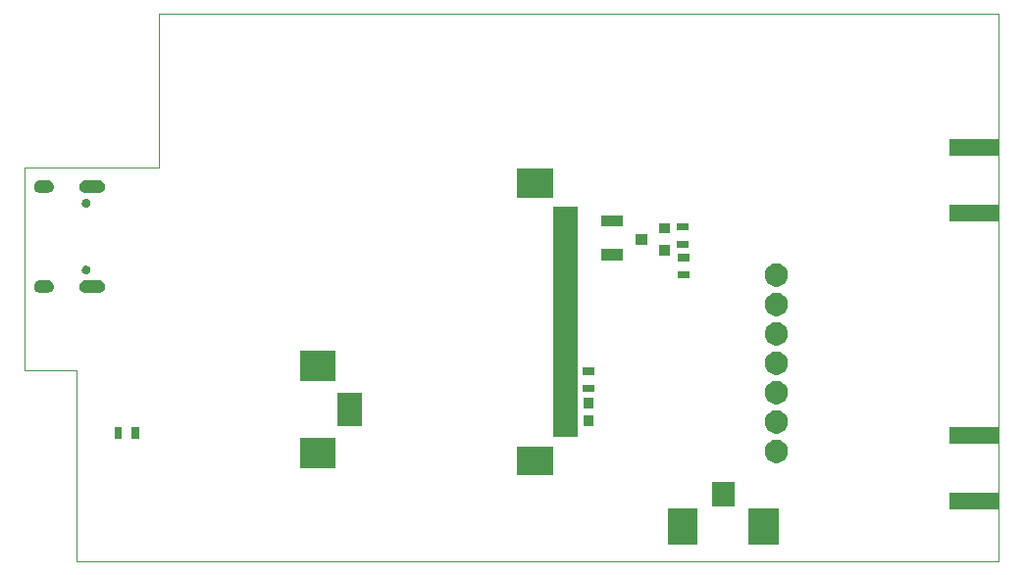
<source format=gbr>
G04 #@! TF.GenerationSoftware,KiCad,Pcbnew,(5.1.4)-1*
G04 #@! TF.CreationDate,2020-09-15T19:50:09+03:00*
G04 #@! TF.ProjectId,FinalPCB,46696e61-6c50-4434-922e-6b696361645f,rev?*
G04 #@! TF.SameCoordinates,Original*
G04 #@! TF.FileFunction,Soldermask,Bot*
G04 #@! TF.FilePolarity,Negative*
%FSLAX46Y46*%
G04 Gerber Fmt 4.6, Leading zero omitted, Abs format (unit mm)*
G04 Created by KiCad (PCBNEW (5.1.4)-1) date 2020-09-15 19:50:09*
%MOMM*%
%LPD*%
G04 APERTURE LIST*
%ADD10C,0.050000*%
%ADD11C,0.100000*%
G04 APERTURE END LIST*
D10*
X89700000Y-100100000D02*
X116800000Y-100100000D01*
X89700000Y-83600000D02*
X89700000Y-100100000D01*
X85200000Y-83600000D02*
X89700000Y-83600000D01*
X85200000Y-66100000D02*
X85200000Y-83600000D01*
X96800000Y-66100000D02*
X85200000Y-66100000D01*
X96800000Y-52800000D02*
X96800000Y-66100000D01*
X169300000Y-52800000D02*
X96800000Y-52800000D01*
X169300000Y-100100000D02*
X169300000Y-52800000D01*
X116800000Y-100100000D02*
X169300000Y-100100000D01*
D11*
G36*
X150301000Y-98651000D02*
G01*
X147699000Y-98651000D01*
X147699000Y-95549000D01*
X150301000Y-95549000D01*
X150301000Y-98651000D01*
X150301000Y-98651000D01*
G37*
G36*
X143301000Y-98651000D02*
G01*
X140699000Y-98651000D01*
X140699000Y-95549000D01*
X143301000Y-95549000D01*
X143301000Y-98651000D01*
X143301000Y-98651000D01*
G37*
G36*
X169351000Y-95651000D02*
G01*
X165049000Y-95651000D01*
X165049000Y-94199000D01*
X169351000Y-94199000D01*
X169351000Y-95651000D01*
X169351000Y-95651000D01*
G37*
G36*
X146451000Y-95401000D02*
G01*
X144549000Y-95401000D01*
X144549000Y-93299000D01*
X146451000Y-93299000D01*
X146451000Y-95401000D01*
X146451000Y-95401000D01*
G37*
G36*
X130801000Y-92701000D02*
G01*
X127699000Y-92701000D01*
X127699000Y-90199000D01*
X130801000Y-90199000D01*
X130801000Y-92701000D01*
X130801000Y-92701000D01*
G37*
G36*
X112051000Y-92051000D02*
G01*
X108949000Y-92051000D01*
X108949000Y-89449000D01*
X112051000Y-89449000D01*
X112051000Y-92051000D01*
X112051000Y-92051000D01*
G37*
G36*
X150270285Y-89638234D02*
G01*
X150366981Y-89657468D01*
X150549151Y-89732926D01*
X150713100Y-89842473D01*
X150852527Y-89981900D01*
X150962074Y-90145849D01*
X151037532Y-90328019D01*
X151076000Y-90521410D01*
X151076000Y-90718590D01*
X151037532Y-90911981D01*
X150962074Y-91094151D01*
X150852527Y-91258100D01*
X150713100Y-91397527D01*
X150549151Y-91507074D01*
X150366981Y-91582532D01*
X150173591Y-91621000D01*
X149976409Y-91621000D01*
X149879715Y-91601766D01*
X149783019Y-91582532D01*
X149600849Y-91507074D01*
X149436900Y-91397527D01*
X149297473Y-91258100D01*
X149187926Y-91094151D01*
X149112468Y-90911981D01*
X149074000Y-90718590D01*
X149074000Y-90521410D01*
X149112468Y-90328019D01*
X149187926Y-90145849D01*
X149297473Y-89981900D01*
X149436900Y-89842473D01*
X149600849Y-89732926D01*
X149783019Y-89657468D01*
X149879715Y-89638234D01*
X149976409Y-89619000D01*
X150173591Y-89619000D01*
X150270285Y-89638234D01*
X150270285Y-89638234D01*
G37*
G36*
X169351000Y-90001000D02*
G01*
X165049000Y-90001000D01*
X165049000Y-88549000D01*
X169351000Y-88549000D01*
X169351000Y-90001000D01*
X169351000Y-90001000D01*
G37*
G36*
X93551000Y-89551000D02*
G01*
X92949000Y-89551000D01*
X92949000Y-88549000D01*
X93551000Y-88549000D01*
X93551000Y-89551000D01*
X93551000Y-89551000D01*
G37*
G36*
X95051000Y-89551000D02*
G01*
X94449000Y-89551000D01*
X94449000Y-88549000D01*
X95051000Y-88549000D01*
X95051000Y-89551000D01*
X95051000Y-89551000D01*
G37*
G36*
X132951000Y-89401000D02*
G01*
X130849000Y-89401000D01*
X130849000Y-69499000D01*
X132951000Y-69499000D01*
X132951000Y-89401000D01*
X132951000Y-89401000D01*
G37*
G36*
X150366981Y-87117468D02*
G01*
X150549151Y-87192926D01*
X150713100Y-87302473D01*
X150852527Y-87441900D01*
X150962074Y-87605849D01*
X151037532Y-87788019D01*
X151076000Y-87981410D01*
X151076000Y-88178590D01*
X151037532Y-88371981D01*
X150962074Y-88554151D01*
X150852527Y-88718100D01*
X150713100Y-88857527D01*
X150549151Y-88967074D01*
X150366981Y-89042532D01*
X150270285Y-89061766D01*
X150173591Y-89081000D01*
X149976409Y-89081000D01*
X149879715Y-89061766D01*
X149783019Y-89042532D01*
X149600849Y-88967074D01*
X149436900Y-88857527D01*
X149297473Y-88718100D01*
X149187926Y-88554151D01*
X149112468Y-88371981D01*
X149074000Y-88178590D01*
X149074000Y-87981410D01*
X149112468Y-87788019D01*
X149187926Y-87605849D01*
X149297473Y-87441900D01*
X149436900Y-87302473D01*
X149600849Y-87192926D01*
X149783019Y-87117468D01*
X149879715Y-87098234D01*
X149976409Y-87079000D01*
X150173591Y-87079000D01*
X150366981Y-87117468D01*
X150366981Y-87117468D01*
G37*
G36*
X114301000Y-88451000D02*
G01*
X112199000Y-88451000D01*
X112199000Y-85549000D01*
X114301000Y-85549000D01*
X114301000Y-88451000D01*
X114301000Y-88451000D01*
G37*
G36*
X134326000Y-88401000D02*
G01*
X133474000Y-88401000D01*
X133474000Y-87499000D01*
X134326000Y-87499000D01*
X134326000Y-88401000D01*
X134326000Y-88401000D01*
G37*
G36*
X134326000Y-86901000D02*
G01*
X133474000Y-86901000D01*
X133474000Y-85999000D01*
X134326000Y-85999000D01*
X134326000Y-86901000D01*
X134326000Y-86901000D01*
G37*
G36*
X150233918Y-84551000D02*
G01*
X150366981Y-84577468D01*
X150549151Y-84652926D01*
X150713100Y-84762473D01*
X150852527Y-84901900D01*
X150962074Y-85065849D01*
X151037532Y-85248019D01*
X151076000Y-85441410D01*
X151076000Y-85638590D01*
X151037532Y-85831981D01*
X150962074Y-86014151D01*
X150852527Y-86178100D01*
X150713100Y-86317527D01*
X150549151Y-86427074D01*
X150366981Y-86502532D01*
X150270285Y-86521766D01*
X150173591Y-86541000D01*
X149976409Y-86541000D01*
X149783019Y-86502532D01*
X149600849Y-86427074D01*
X149436900Y-86317527D01*
X149297473Y-86178100D01*
X149187926Y-86014151D01*
X149112468Y-85831981D01*
X149074000Y-85638590D01*
X149074000Y-85441410D01*
X149112468Y-85248019D01*
X149187926Y-85065849D01*
X149297473Y-84901900D01*
X149436900Y-84762473D01*
X149600849Y-84652926D01*
X149783019Y-84577468D01*
X149916082Y-84551000D01*
X149976409Y-84539000D01*
X150173591Y-84539000D01*
X150233918Y-84551000D01*
X150233918Y-84551000D01*
G37*
G36*
X134401000Y-85501000D02*
G01*
X133399000Y-85501000D01*
X133399000Y-84899000D01*
X134401000Y-84899000D01*
X134401000Y-85501000D01*
X134401000Y-85501000D01*
G37*
G36*
X112051000Y-84551000D02*
G01*
X108949000Y-84551000D01*
X108949000Y-81949000D01*
X112051000Y-81949000D01*
X112051000Y-84551000D01*
X112051000Y-84551000D01*
G37*
G36*
X150270285Y-82018234D02*
G01*
X150366981Y-82037468D01*
X150549151Y-82112926D01*
X150713100Y-82222473D01*
X150852527Y-82361900D01*
X150944134Y-82499000D01*
X150962075Y-82525851D01*
X151037532Y-82708020D01*
X151075919Y-82901000D01*
X151076000Y-82901410D01*
X151076000Y-83098590D01*
X151037532Y-83291981D01*
X150962074Y-83474151D01*
X150852527Y-83638100D01*
X150713100Y-83777527D01*
X150549151Y-83887074D01*
X150366981Y-83962532D01*
X150173591Y-84001000D01*
X149976409Y-84001000D01*
X149879715Y-83981766D01*
X149783019Y-83962532D01*
X149600849Y-83887074D01*
X149436900Y-83777527D01*
X149297473Y-83638100D01*
X149187926Y-83474151D01*
X149112468Y-83291981D01*
X149074000Y-83098590D01*
X149074000Y-82901410D01*
X149074082Y-82901000D01*
X149112468Y-82708020D01*
X149187925Y-82525851D01*
X149205866Y-82499000D01*
X149297473Y-82361900D01*
X149436900Y-82222473D01*
X149600849Y-82112926D01*
X149783019Y-82037468D01*
X149879715Y-82018234D01*
X149976409Y-81999000D01*
X150173591Y-81999000D01*
X150270285Y-82018234D01*
X150270285Y-82018234D01*
G37*
G36*
X134401000Y-84001000D02*
G01*
X133399000Y-84001000D01*
X133399000Y-83399000D01*
X134401000Y-83399000D01*
X134401000Y-84001000D01*
X134401000Y-84001000D01*
G37*
G36*
X150366981Y-79497468D02*
G01*
X150549151Y-79572926D01*
X150713100Y-79682473D01*
X150852527Y-79821900D01*
X150962074Y-79985849D01*
X150962075Y-79985851D01*
X150984175Y-80039205D01*
X151037532Y-80168019D01*
X151076000Y-80361410D01*
X151076000Y-80558590D01*
X151037532Y-80751981D01*
X150962074Y-80934151D01*
X150852527Y-81098100D01*
X150713100Y-81237527D01*
X150549151Y-81347074D01*
X150366981Y-81422532D01*
X150173591Y-81461000D01*
X149976409Y-81461000D01*
X149879715Y-81441766D01*
X149783019Y-81422532D01*
X149600849Y-81347074D01*
X149436900Y-81237527D01*
X149297473Y-81098100D01*
X149187926Y-80934151D01*
X149112468Y-80751981D01*
X149074000Y-80558590D01*
X149074000Y-80361410D01*
X149112468Y-80168019D01*
X149165825Y-80039205D01*
X149187925Y-79985851D01*
X149187926Y-79985849D01*
X149297473Y-79821900D01*
X149436900Y-79682473D01*
X149600849Y-79572926D01*
X149783019Y-79497468D01*
X149879715Y-79478234D01*
X149976409Y-79459000D01*
X150173591Y-79459000D01*
X150366981Y-79497468D01*
X150366981Y-79497468D01*
G37*
G36*
X150366981Y-76957468D02*
G01*
X150549151Y-77032926D01*
X150713100Y-77142473D01*
X150852527Y-77281900D01*
X150962074Y-77445849D01*
X151037532Y-77628019D01*
X151076000Y-77821410D01*
X151076000Y-78018590D01*
X151037532Y-78211981D01*
X150962074Y-78394151D01*
X150852527Y-78558100D01*
X150713100Y-78697527D01*
X150549151Y-78807074D01*
X150366981Y-78882532D01*
X150274136Y-78901000D01*
X150173591Y-78921000D01*
X149976409Y-78921000D01*
X149875864Y-78901000D01*
X149783019Y-78882532D01*
X149600849Y-78807074D01*
X149436900Y-78697527D01*
X149297473Y-78558100D01*
X149187926Y-78394151D01*
X149112468Y-78211981D01*
X149074000Y-78018590D01*
X149074000Y-77821410D01*
X149112468Y-77628019D01*
X149187926Y-77445849D01*
X149297473Y-77281900D01*
X149436900Y-77142473D01*
X149600849Y-77032926D01*
X149783019Y-76957468D01*
X149976409Y-76919000D01*
X150173591Y-76919000D01*
X150366981Y-76957468D01*
X150366981Y-76957468D01*
G37*
G36*
X91688015Y-75826973D02*
G01*
X91791879Y-75858479D01*
X91819055Y-75873005D01*
X91887600Y-75909643D01*
X91971501Y-75978499D01*
X92040357Y-76062400D01*
X92076995Y-76130945D01*
X92091521Y-76158121D01*
X92123027Y-76261985D01*
X92133666Y-76370000D01*
X92123027Y-76478015D01*
X92091521Y-76581879D01*
X92091519Y-76581882D01*
X92040357Y-76677600D01*
X91971501Y-76761501D01*
X91887600Y-76830357D01*
X91819055Y-76866995D01*
X91791879Y-76881521D01*
X91688015Y-76913027D01*
X91607067Y-76921000D01*
X90452933Y-76921000D01*
X90371985Y-76913027D01*
X90268121Y-76881521D01*
X90240945Y-76866995D01*
X90172400Y-76830357D01*
X90088499Y-76761501D01*
X90019643Y-76677600D01*
X89968481Y-76581882D01*
X89968479Y-76581879D01*
X89936973Y-76478015D01*
X89926334Y-76370000D01*
X89936973Y-76261985D01*
X89968479Y-76158121D01*
X89983005Y-76130945D01*
X90019643Y-76062400D01*
X90088499Y-75978499D01*
X90172400Y-75909643D01*
X90240945Y-75873005D01*
X90268121Y-75858479D01*
X90371985Y-75826973D01*
X90452933Y-75819000D01*
X91607067Y-75819000D01*
X91688015Y-75826973D01*
X91688015Y-75826973D01*
G37*
G36*
X87258015Y-75826973D02*
G01*
X87361879Y-75858479D01*
X87389055Y-75873005D01*
X87457600Y-75909643D01*
X87541501Y-75978499D01*
X87610357Y-76062400D01*
X87646995Y-76130945D01*
X87661521Y-76158121D01*
X87693027Y-76261985D01*
X87703666Y-76370000D01*
X87693027Y-76478015D01*
X87661521Y-76581879D01*
X87661519Y-76581882D01*
X87610357Y-76677600D01*
X87541501Y-76761501D01*
X87457600Y-76830357D01*
X87389055Y-76866995D01*
X87361879Y-76881521D01*
X87258015Y-76913027D01*
X87177067Y-76921000D01*
X86522933Y-76921000D01*
X86441985Y-76913027D01*
X86338121Y-76881521D01*
X86310945Y-76866995D01*
X86242400Y-76830357D01*
X86158499Y-76761501D01*
X86089643Y-76677600D01*
X86038481Y-76581882D01*
X86038479Y-76581879D01*
X86006973Y-76478015D01*
X85996334Y-76370000D01*
X86006973Y-76261985D01*
X86038479Y-76158121D01*
X86053005Y-76130945D01*
X86089643Y-76062400D01*
X86158499Y-75978499D01*
X86242400Y-75909643D01*
X86310945Y-75873005D01*
X86338121Y-75858479D01*
X86441985Y-75826973D01*
X86522933Y-75819000D01*
X87177067Y-75819000D01*
X87258015Y-75826973D01*
X87258015Y-75826973D01*
G37*
G36*
X150270285Y-74398234D02*
G01*
X150366981Y-74417468D01*
X150549151Y-74492926D01*
X150713100Y-74602473D01*
X150852527Y-74741900D01*
X150962074Y-74905849D01*
X151037532Y-75088019D01*
X151076000Y-75281410D01*
X151076000Y-75478590D01*
X151037532Y-75671981D01*
X150962074Y-75854151D01*
X150852527Y-76018100D01*
X150713100Y-76157527D01*
X150549151Y-76267074D01*
X150366981Y-76342532D01*
X150270285Y-76361766D01*
X150173591Y-76381000D01*
X149976409Y-76381000D01*
X149879715Y-76361766D01*
X149783019Y-76342532D01*
X149600849Y-76267074D01*
X149436900Y-76157527D01*
X149297473Y-76018100D01*
X149187926Y-75854151D01*
X149112468Y-75671981D01*
X149074000Y-75478590D01*
X149074000Y-75281410D01*
X149112468Y-75088019D01*
X149187926Y-74905849D01*
X149297473Y-74741900D01*
X149436900Y-74602473D01*
X149600849Y-74492926D01*
X149783019Y-74417468D01*
X149879715Y-74398234D01*
X149976409Y-74379000D01*
X150173591Y-74379000D01*
X150270285Y-74398234D01*
X150270285Y-74398234D01*
G37*
G36*
X142576000Y-75676000D02*
G01*
X141574000Y-75676000D01*
X141574000Y-75074000D01*
X142576000Y-75074000D01*
X142576000Y-75676000D01*
X142576000Y-75676000D01*
G37*
G36*
X90609672Y-74578449D02*
G01*
X90609674Y-74578450D01*
X90609675Y-74578450D01*
X90678103Y-74606793D01*
X90739686Y-74647942D01*
X90792058Y-74700314D01*
X90833207Y-74761897D01*
X90861550Y-74830325D01*
X90861551Y-74830328D01*
X90876000Y-74902966D01*
X90876000Y-74977034D01*
X90871631Y-74999000D01*
X90861550Y-75049675D01*
X90833207Y-75118103D01*
X90792058Y-75179686D01*
X90739686Y-75232058D01*
X90678103Y-75273207D01*
X90609675Y-75301550D01*
X90609674Y-75301550D01*
X90609672Y-75301551D01*
X90537034Y-75316000D01*
X90462966Y-75316000D01*
X90390328Y-75301551D01*
X90390326Y-75301550D01*
X90390325Y-75301550D01*
X90321897Y-75273207D01*
X90260314Y-75232058D01*
X90207942Y-75179686D01*
X90166793Y-75118103D01*
X90138450Y-75049675D01*
X90128370Y-74999000D01*
X90124000Y-74977034D01*
X90124000Y-74902966D01*
X90138449Y-74830328D01*
X90138450Y-74830325D01*
X90166793Y-74761897D01*
X90207942Y-74700314D01*
X90260314Y-74647942D01*
X90321897Y-74606793D01*
X90390325Y-74578450D01*
X90390326Y-74578450D01*
X90390328Y-74578449D01*
X90462966Y-74564000D01*
X90537034Y-74564000D01*
X90609672Y-74578449D01*
X90609672Y-74578449D01*
G37*
G36*
X142576000Y-74176000D02*
G01*
X141574000Y-74176000D01*
X141574000Y-73574000D01*
X142576000Y-73574000D01*
X142576000Y-74176000D01*
X142576000Y-74176000D01*
G37*
G36*
X136801000Y-74101000D02*
G01*
X134999000Y-74101000D01*
X134999000Y-73099000D01*
X136801000Y-73099000D01*
X136801000Y-74101000D01*
X136801000Y-74101000D01*
G37*
G36*
X140926000Y-73701000D02*
G01*
X139924000Y-73701000D01*
X139924000Y-72799000D01*
X140926000Y-72799000D01*
X140926000Y-73701000D01*
X140926000Y-73701000D01*
G37*
G36*
X142501000Y-73026000D02*
G01*
X141499000Y-73026000D01*
X141499000Y-72424000D01*
X142501000Y-72424000D01*
X142501000Y-73026000D01*
X142501000Y-73026000D01*
G37*
G36*
X138926000Y-72751000D02*
G01*
X137924000Y-72751000D01*
X137924000Y-71849000D01*
X138926000Y-71849000D01*
X138926000Y-72751000D01*
X138926000Y-72751000D01*
G37*
G36*
X140926000Y-71801000D02*
G01*
X139924000Y-71801000D01*
X139924000Y-70899000D01*
X140926000Y-70899000D01*
X140926000Y-71801000D01*
X140926000Y-71801000D01*
G37*
G36*
X142501000Y-71526000D02*
G01*
X141499000Y-71526000D01*
X141499000Y-70924000D01*
X142501000Y-70924000D01*
X142501000Y-71526000D01*
X142501000Y-71526000D01*
G37*
G36*
X136801000Y-71201000D02*
G01*
X134999000Y-71201000D01*
X134999000Y-70199000D01*
X136801000Y-70199000D01*
X136801000Y-71201000D01*
X136801000Y-71201000D01*
G37*
G36*
X169351000Y-70751000D02*
G01*
X165049000Y-70751000D01*
X165049000Y-69299000D01*
X169351000Y-69299000D01*
X169351000Y-70751000D01*
X169351000Y-70751000D01*
G37*
G36*
X90609672Y-68798449D02*
G01*
X90609674Y-68798450D01*
X90609675Y-68798450D01*
X90678103Y-68826793D01*
X90739686Y-68867942D01*
X90792058Y-68920314D01*
X90833207Y-68981897D01*
X90861550Y-69050325D01*
X90876000Y-69122967D01*
X90876000Y-69197033D01*
X90861550Y-69269675D01*
X90833207Y-69338103D01*
X90792058Y-69399686D01*
X90739686Y-69452058D01*
X90678103Y-69493207D01*
X90609675Y-69521550D01*
X90609674Y-69521550D01*
X90609672Y-69521551D01*
X90537034Y-69536000D01*
X90462966Y-69536000D01*
X90390328Y-69521551D01*
X90390326Y-69521550D01*
X90390325Y-69521550D01*
X90321897Y-69493207D01*
X90260314Y-69452058D01*
X90207942Y-69399686D01*
X90166793Y-69338103D01*
X90138450Y-69269675D01*
X90124000Y-69197033D01*
X90124000Y-69122967D01*
X90138450Y-69050325D01*
X90166793Y-68981897D01*
X90207942Y-68920314D01*
X90260314Y-68867942D01*
X90321897Y-68826793D01*
X90390325Y-68798450D01*
X90390326Y-68798450D01*
X90390328Y-68798449D01*
X90462966Y-68784000D01*
X90537034Y-68784000D01*
X90609672Y-68798449D01*
X90609672Y-68798449D01*
G37*
G36*
X130801000Y-68701000D02*
G01*
X127699000Y-68701000D01*
X127699000Y-66199000D01*
X130801000Y-66199000D01*
X130801000Y-68701000D01*
X130801000Y-68701000D01*
G37*
G36*
X91688015Y-67186973D02*
G01*
X91791879Y-67218479D01*
X91819055Y-67233005D01*
X91887600Y-67269643D01*
X91971501Y-67338499D01*
X92040357Y-67422400D01*
X92076995Y-67490945D01*
X92091521Y-67518121D01*
X92123027Y-67621985D01*
X92133666Y-67730000D01*
X92123027Y-67838015D01*
X92091521Y-67941879D01*
X92091519Y-67941882D01*
X92040357Y-68037600D01*
X91971501Y-68121501D01*
X91887600Y-68190357D01*
X91819055Y-68226995D01*
X91791879Y-68241521D01*
X91688015Y-68273027D01*
X91607067Y-68281000D01*
X90452933Y-68281000D01*
X90371985Y-68273027D01*
X90268121Y-68241521D01*
X90240945Y-68226995D01*
X90172400Y-68190357D01*
X90088499Y-68121501D01*
X90019643Y-68037600D01*
X89968481Y-67941882D01*
X89968479Y-67941879D01*
X89936973Y-67838015D01*
X89926334Y-67730000D01*
X89936973Y-67621985D01*
X89968479Y-67518121D01*
X89983005Y-67490945D01*
X90019643Y-67422400D01*
X90088499Y-67338499D01*
X90172400Y-67269643D01*
X90240945Y-67233005D01*
X90268121Y-67218479D01*
X90371985Y-67186973D01*
X90452933Y-67179000D01*
X91607067Y-67179000D01*
X91688015Y-67186973D01*
X91688015Y-67186973D01*
G37*
G36*
X87258015Y-67186973D02*
G01*
X87361879Y-67218479D01*
X87389055Y-67233005D01*
X87457600Y-67269643D01*
X87541501Y-67338499D01*
X87610357Y-67422400D01*
X87646995Y-67490945D01*
X87661521Y-67518121D01*
X87693027Y-67621985D01*
X87703666Y-67730000D01*
X87693027Y-67838015D01*
X87661521Y-67941879D01*
X87661519Y-67941882D01*
X87610357Y-68037600D01*
X87541501Y-68121501D01*
X87457600Y-68190357D01*
X87389055Y-68226995D01*
X87361879Y-68241521D01*
X87258015Y-68273027D01*
X87177067Y-68281000D01*
X86522933Y-68281000D01*
X86441985Y-68273027D01*
X86338121Y-68241521D01*
X86310945Y-68226995D01*
X86242400Y-68190357D01*
X86158499Y-68121501D01*
X86089643Y-68037600D01*
X86038481Y-67941882D01*
X86038479Y-67941879D01*
X86006973Y-67838015D01*
X85996334Y-67730000D01*
X86006973Y-67621985D01*
X86038479Y-67518121D01*
X86053005Y-67490945D01*
X86089643Y-67422400D01*
X86158499Y-67338499D01*
X86242400Y-67269643D01*
X86310945Y-67233005D01*
X86338121Y-67218479D01*
X86441985Y-67186973D01*
X86522933Y-67179000D01*
X87177067Y-67179000D01*
X87258015Y-67186973D01*
X87258015Y-67186973D01*
G37*
G36*
X169351000Y-65101000D02*
G01*
X165049000Y-65101000D01*
X165049000Y-63649000D01*
X169351000Y-63649000D01*
X169351000Y-65101000D01*
X169351000Y-65101000D01*
G37*
M02*

</source>
